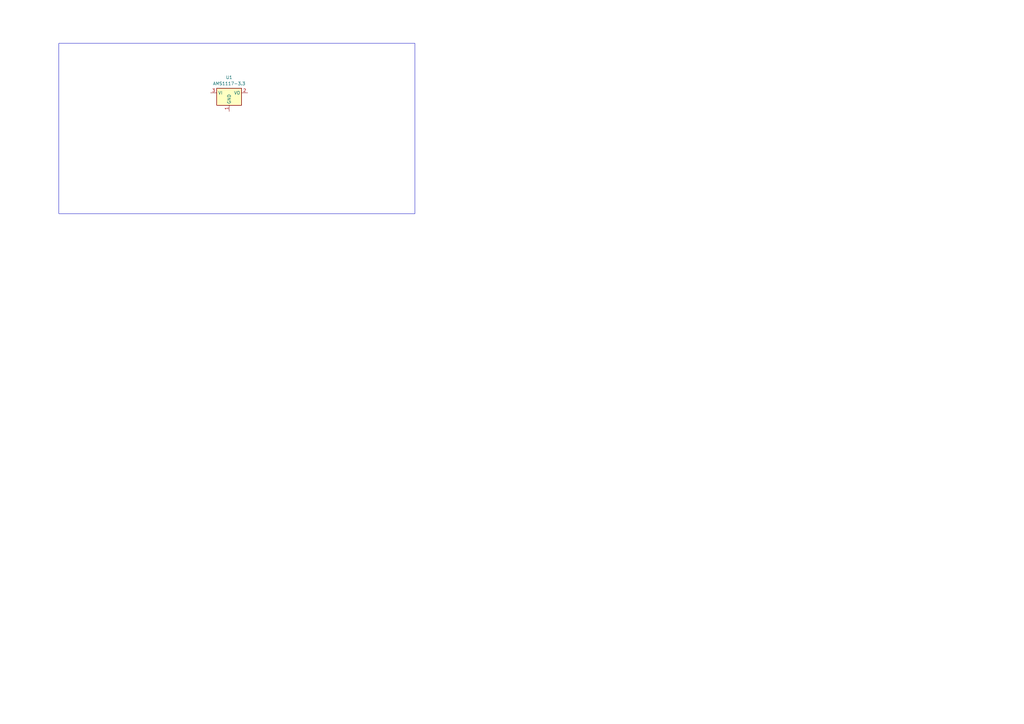
<source format=kicad_sch>
(kicad_sch (version 20230121) (generator eeschema)

  (uuid c5df6d8d-e9ba-4340-876c-54fa26286c59)

  (paper "A3")

  (title_block
    (title "ESP32 Test Board")
  )

  (lib_symbols
    (symbol "Regulator_Linear:AMS1117-3.3" (in_bom yes) (on_board yes)
      (property "Reference" "U" (at -3.81 3.175 0)
        (effects (font (size 1.27 1.27)))
      )
      (property "Value" "AMS1117-3.3" (at 0 3.175 0)
        (effects (font (size 1.27 1.27)) (justify left))
      )
      (property "Footprint" "Package_TO_SOT_SMD:SOT-223-3_TabPin2" (at 0 5.08 0)
        (effects (font (size 1.27 1.27)) hide)
      )
      (property "Datasheet" "http://www.advanced-monolithic.com/pdf/ds1117.pdf" (at 2.54 -6.35 0)
        (effects (font (size 1.27 1.27)) hide)
      )
      (property "ki_keywords" "linear regulator ldo fixed positive" (at 0 0 0)
        (effects (font (size 1.27 1.27)) hide)
      )
      (property "ki_description" "1A Low Dropout regulator, positive, 3.3V fixed output, SOT-223" (at 0 0 0)
        (effects (font (size 1.27 1.27)) hide)
      )
      (property "ki_fp_filters" "SOT?223*TabPin2*" (at 0 0 0)
        (effects (font (size 1.27 1.27)) hide)
      )
      (symbol "AMS1117-3.3_0_1"
        (rectangle (start -5.08 -5.08) (end 5.08 1.905)
          (stroke (width 0.254) (type default))
          (fill (type background))
        )
      )
      (symbol "AMS1117-3.3_1_1"
        (pin power_in line (at 0 -7.62 90) (length 2.54)
          (name "GND" (effects (font (size 1.27 1.27))))
          (number "1" (effects (font (size 1.27 1.27))))
        )
        (pin power_out line (at 7.62 0 180) (length 2.54)
          (name "VO" (effects (font (size 1.27 1.27))))
          (number "2" (effects (font (size 1.27 1.27))))
        )
        (pin power_in line (at -7.62 0 0) (length 2.54)
          (name "VI" (effects (font (size 1.27 1.27))))
          (number "3" (effects (font (size 1.27 1.27))))
        )
      )
    )
  )


  (rectangle (start 24.13 17.78) (end 170.18 87.63)
    (stroke (width 0) (type default))
    (fill (type none))
    (uuid c1321872-f5ca-4def-9006-4e4bbdb30090)
  )

  (symbol (lib_id "Regulator_Linear:AMS1117-3.3") (at 93.98 38.1 0) (unit 1)
    (in_bom yes) (on_board yes) (dnp no) (fields_autoplaced)
    (uuid 9ef159af-3bac-4324-93e3-d45f0f74c5b8)
    (property "Reference" "U1" (at 93.98 31.75 0)
      (effects (font (size 1.27 1.27)))
    )
    (property "Value" "AMS1117-3.3" (at 93.98 34.29 0)
      (effects (font (size 1.27 1.27)))
    )
    (property "Footprint" "Package_TO_SOT_SMD:SOT-223-3_TabPin2" (at 93.98 33.02 0)
      (effects (font (size 1.27 1.27)) hide)
    )
    (property "Datasheet" "http://www.advanced-monolithic.com/pdf/ds1117.pdf" (at 96.52 44.45 0)
      (effects (font (size 1.27 1.27)) hide)
    )
    (pin "1" (uuid d9e81d34-f20c-41bb-bdb1-a22c0d5b2d98))
    (pin "2" (uuid cb26a091-aa97-4199-ac9b-152d0e211e46))
    (pin "3" (uuid cbad3350-2ccb-46bb-b536-bccbc061656a))
    (instances
      (project "esp32"
        (path "/c5df6d8d-e9ba-4340-876c-54fa26286c59"
          (reference "U1") (unit 1)
        )
      )
    )
  )

  (sheet_instances
    (path "/" (page "1"))
  )
)

</source>
